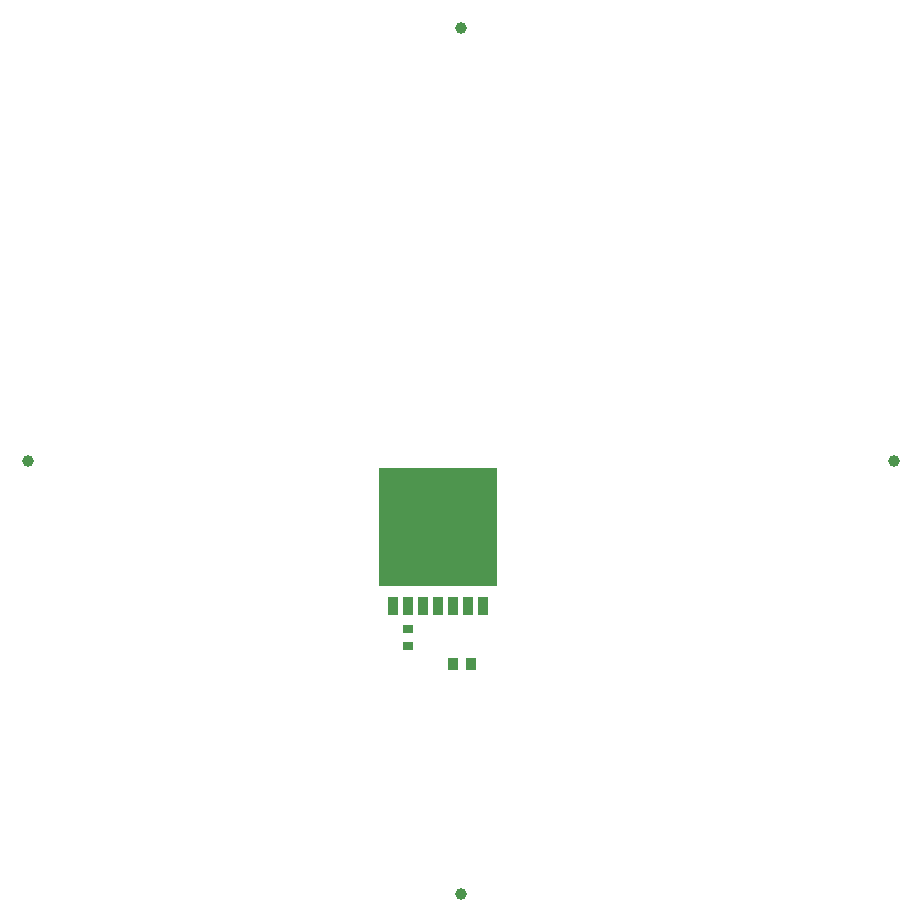
<source format=gtp>
%FSAX24Y24*%
%MOIN*%
G70*
G01*
G75*
G04 Layer_Color=8421504*
%ADD10R,0.0354X0.0394*%
%ADD11R,0.3937X0.3937*%
%ADD12R,0.0366X0.0600*%
%ADD13C,0.0394*%
%ADD14R,0.0354X0.0276*%
%ADD15C,0.0080*%
%ADD16C,0.0620*%
%ADD17R,0.0620X0.0620*%
%ADD18C,0.2756*%
%ADD19C,0.0118*%
%ADD20C,0.0180*%
%ADD21C,0.0100*%
%ADD22C,0.0079*%
%ADD23C,0.0020*%
D10*
X031565Y024452D02*
D03*
X032195D02*
D03*
D11*
X031071Y029026D02*
D03*
D12*
X032574Y026384D02*
D03*
X032074D02*
D03*
X031574D02*
D03*
X031074D02*
D03*
X030574D02*
D03*
X030074D02*
D03*
X029574D02*
D03*
D13*
X017410Y031217D02*
D03*
X031845Y045651D02*
D03*
X046280Y031217D02*
D03*
X031845Y016782D02*
D03*
D14*
X030074Y025038D02*
D03*
Y025629D02*
D03*
M02*

</source>
